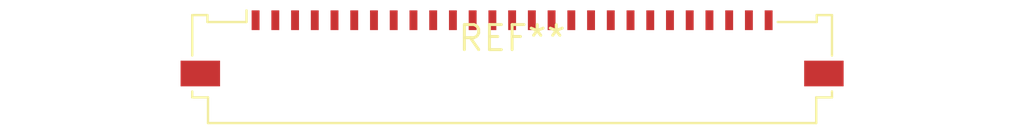
<source format=kicad_pcb>
(kicad_pcb (version 20240108) (generator pcbnew)
  (layers (0 "F.Cu" signal) (31 "B.Cu" signal) (34 "B.Paste" user) (35 "F.Paste" user) (36 "B.SilkS" user "B.Silkscreen") (37 "F.SilkS" user "F.Silkscreen") (38 "B.Mask" user) (39 "F.Mask" user) (44 "Edge.Cuts" user))
  (net 0 "")
  (footprint "Molex_200528-0270_1x27-1MP_P1.00mm_Horizontal" (layer "F.Cu") (at 0 0)
    (property "Reference" "REF**")
    (property "Value" "Molex_200528-0270_1x27-1MP_P1.00mm_Horizontal")
    (fp_line (start -16.21 -1.17) (end -16.21 0.88) (layer "F.SilkS") (stroke (width 0.12)))
    (fp_line (start -16.21 2.7) (end -16.21 3) (layer "F.SilkS") (stroke (width 0.12)))
    (fp_line (start -16.21 3) (end -15.41 3) (layer "F.SilkS") (stroke (width 0.12)))
    (fp_line (start -15.44 -1.17) (end -16.21 -1.17) (layer "F.SilkS") (stroke (width 0.12)))
    (fp_line (start -15.44 -0.82) (end -15.44 -1.17) (layer "F.SilkS") (stroke (width 0.12)))
    (fp_line (start -15.41 3) (end -15.41 4.3) (layer "F.SilkS") (stroke (width 0.12)))
    (fp_line (start -15.41 4.3) (end 15.41 4.3) (layer "F.SilkS") (stroke (width 0.12)))
    (fp_line (start -13.46 -1.41) (end -13.46 -0.82) (layer "F.SilkS") (stroke (width 0.12)))
    (fp_line (start -13.46 -0.82) (end -15.44 -0.82) (layer "F.SilkS") (stroke (width 0.12)))
    (fp_line (start 15.41 3) (end 16.21 3) (layer "F.SilkS") (stroke (width 0.12)))
    (fp_line (start 15.41 4.3) (end 15.41 3) (layer "F.SilkS") (stroke (width 0.12)))
    (fp_line (start 15.44 -1.17) (end 15.44 -0.82) (layer "F.SilkS") (stroke (width 0.12)))
    (fp_line (start 15.44 -0.82) (end 13.46 -0.82) (layer "F.SilkS") (stroke (width 0.12)))
    (fp_line (start 16.21 -1.17) (end 15.44 -1.17) (layer "F.SilkS") (stroke (width 0.12)))
    (fp_line (start 16.21 0.88) (end 16.21 -1.17) (layer "F.SilkS") (stroke (width 0.12)))
    (fp_line (start 16.21 3) (end 16.21 2.7) (layer "F.SilkS") (stroke (width 0.12)))
    (pad "1" smd rect (at -13 -0.91) (size 0.4 1) (layers "F.Cu" "F.Paste" "F.Mask"))
    (pad "2" smd rect (at -12 -0.91) (size 0.4 1) (layers "F.Cu" "F.Paste" "F.Mask"))
    (pad "3" smd rect (at -11 -0.91) (size 0.4 1) (layers "F.Cu" "F.Paste" "F.Mask"))
    (pad "4" smd rect (at -10 -0.91) (size 0.4 1) (layers "F.Cu" "F.Paste" "F.Mask"))
    (pad "5" smd rect (at -9 -0.91) (size 0.4 1) (layers "F.Cu" "F.Paste" "F.Mask"))
    (pad "6" smd rect (at -8 -0.91) (size 0.4 1) (layers "F.Cu" "F.Paste" "F.Mask"))
    (pad "7" smd rect (at -7 -0.91) (size 0.4 1) (layers "F.Cu" "F.Paste" "F.Mask"))
    (pad "8" smd rect (at -6 -0.91) (size 0.4 1) (layers "F.Cu" "F.Paste" "F.Mask"))
    (pad "9" smd rect (at -5 -0.91) (size 0.4 1) (layers "F.Cu" "F.Paste" "F.Mask"))
    (pad "10" smd rect (at -4 -0.91) (size 0.4 1) (layers "F.Cu" "F.Paste" "F.Mask"))
    (pad "11" smd rect (at -3 -0.91) (size 0.4 1) (layers "F.Cu" "F.Paste" "F.Mask"))
    (pad "12" smd rect (at -2 -0.91) (size 0.4 1) (layers "F.Cu" "F.Paste" "F.Mask"))
    (pad "13" smd rect (at -1 -0.91) (size 0.4 1) (layers "F.Cu" "F.Paste" "F.Mask"))
    (pad "14" smd rect (at 0 -0.91) (size 0.4 1) (layers "F.Cu" "F.Paste" "F.Mask"))
    (pad "15" smd rect (at 1 -0.91) (size 0.4 1) (layers "F.Cu" "F.Paste" "F.Mask"))
    (pad "16" smd rect (at 2 -0.91) (size 0.4 1) (layers "F.Cu" "F.Paste" "F.Mask"))
    (pad "17" smd rect (at 3 -0.91) (size 0.4 1) (layers "F.Cu" "F.Paste" "F.Mask"))
    (pad "18" smd rect (at 4 -0.91) (size 0.4 1) (layers "F.Cu" "F.Paste" "F.Mask"))
    (pad "19" smd rect (at 5 -0.91) (size 0.4 1) (layers "F.Cu" "F.Paste" "F.Mask"))
    (pad "20" smd rect (at 6 -0.91) (size 0.4 1) (layers "F.Cu" "F.Paste" "F.Mask"))
    (pad "21" smd rect (at 7 -0.91) (size 0.4 1) (layers "F.Cu" "F.Paste" "F.Mask"))
    (pad "22" smd rect (at 8 -0.91) (size 0.4 1) (layers "F.Cu" "F.Paste" "F.Mask"))
    (pad "23" smd rect (at 9 -0.91) (size 0.4 1) (layers "F.Cu" "F.Paste" "F.Mask"))
    (pad "24" smd rect (at 10 -0.91) (size 0.4 1) (layers "F.Cu" "F.Paste" "F.Mask"))
    (pad "25" smd rect (at 11 -0.91) (size 0.4 1) (layers "F.Cu" "F.Paste" "F.Mask"))
    (pad "26" smd rect (at 12 -0.91) (size 0.4 1) (layers "F.Cu" "F.Paste" "F.Mask"))
    (pad "27" smd rect (at 13 -0.91) (size 0.4 1) (layers "F.Cu" "F.Paste" "F.Mask"))
    (pad "MP" smd rect (at -15.8 1.79) (size 2 1.3) (layers "F.Cu" "F.Paste" "F.Mask"))
    (pad "MP" smd rect (at 15.8 1.79) (size 2 1.3) (layers "F.Cu" "F.Paste" "F.Mask"))
  )
)
</source>
